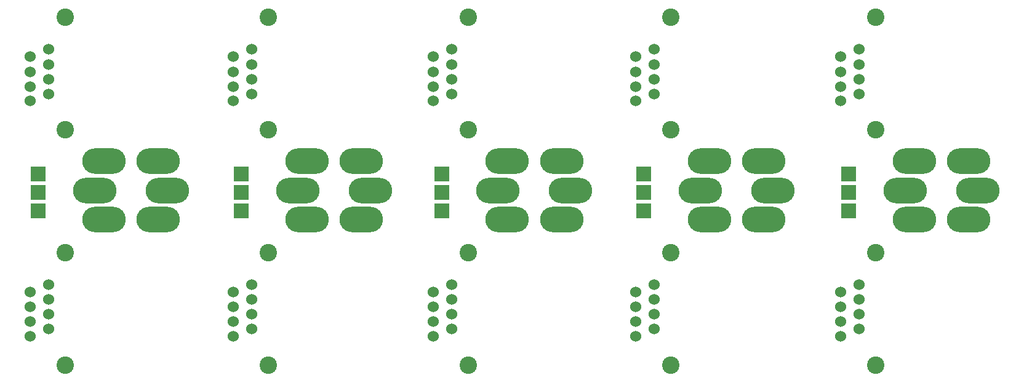
<source format=gbr>
%FSLAX23Y23*%
%MOIN*%
%ADD13O,0.23622X0.13780*%
%ADD14R,0.08000X0.08000*%
%ADD11C,0.06000*%
%ADD12C,0.09449*%
X000Y000D02*
D02*
D11*
X088Y368D03*
Y1643D03*
X088Y209D03*
Y1484D03*
X088Y449D03*
Y1724D03*
X088Y288D03*
Y1563D03*
X188Y328D03*
Y1603D03*
X188Y489D03*
Y1764D03*
X188Y408D03*
Y1683D03*
X188Y248D03*
Y1523D03*
X1188Y368D03*
Y1643D03*
X1188Y209D03*
Y1484D03*
X1188Y449D03*
Y1724D03*
X1188Y288D03*
Y1563D03*
X1288Y328D03*
Y1603D03*
X1288Y489D03*
Y1764D03*
X1288Y408D03*
Y1683D03*
X1288Y248D03*
Y1523D03*
X2273Y368D03*
Y1643D03*
X2273Y209D03*
Y1484D03*
X2273Y449D03*
Y1724D03*
X2273Y288D03*
Y1563D03*
X2373Y328D03*
Y1603D03*
X2373Y489D03*
Y1764D03*
X2373Y408D03*
Y1683D03*
X2373Y248D03*
Y1523D03*
X3368Y368D03*
Y1643D03*
X3368Y209D03*
Y1484D03*
X3368Y449D03*
Y1724D03*
X3368Y288D03*
Y1563D03*
X3468Y328D03*
Y1603D03*
X3468Y489D03*
Y1764D03*
X3468Y408D03*
Y1683D03*
X3468Y248D03*
Y1523D03*
X4478Y368D03*
Y1643D03*
X4478Y209D03*
Y1484D03*
X4478Y449D03*
Y1724D03*
X4478Y288D03*
Y1563D03*
X4578Y328D03*
Y1603D03*
X4578Y489D03*
Y1764D03*
X4578Y408D03*
Y1683D03*
X4578Y248D03*
Y1523D03*
D02*
D12*
X279Y052D03*
Y662D03*
Y1327D03*
Y1937D03*
X1379Y052D03*
Y662D03*
Y1327D03*
Y1937D03*
X2464Y052D03*
Y662D03*
Y1327D03*
Y1937D03*
X3559Y052D03*
Y662D03*
Y1327D03*
Y1937D03*
X4669Y052D03*
Y662D03*
Y1327D03*
Y1937D03*
D02*
D13*
X438Y997D03*
X488Y1157D03*
X488Y842D03*
X783Y842D03*
Y1157D03*
X832Y998D03*
X1538Y997D03*
X1588Y1157D03*
X1588Y842D03*
X1883Y842D03*
Y1157D03*
X1932Y998D03*
X2623Y997D03*
X2673Y1157D03*
X2673Y842D03*
X2968Y842D03*
Y1157D03*
X3017Y998D03*
X3718Y997D03*
X3768Y1157D03*
X3768Y842D03*
X4063Y842D03*
Y1157D03*
X4112Y998D03*
X4828Y997D03*
X4878Y1157D03*
X4878Y842D03*
X5173Y842D03*
Y1157D03*
X5222Y998D03*
D02*
D14*
X133Y887D03*
Y988D03*
Y1087D03*
X1233Y887D03*
Y988D03*
Y1087D03*
X2318Y887D03*
Y988D03*
Y1087D03*
X3413Y887D03*
Y988D03*
Y1087D03*
X4523Y887D03*
Y988D03*
Y1087D03*
X000Y000D02*
M02*

</source>
